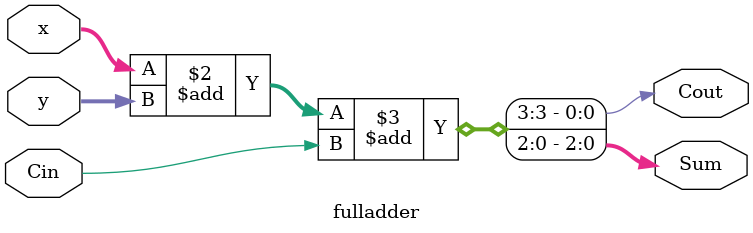
<source format=sv>
`timescale 1ns/1ns

module fulladder (input [2:0] x,  
                 input [2:0] y,  
                   input Cin, 
                  output reg Cout,  
                output reg [2:0] Sum);  
  

  always @ (x or y) begin  
          {Cout, Sum} = x + y + Cin;  

  end  
endmodule  
</source>
